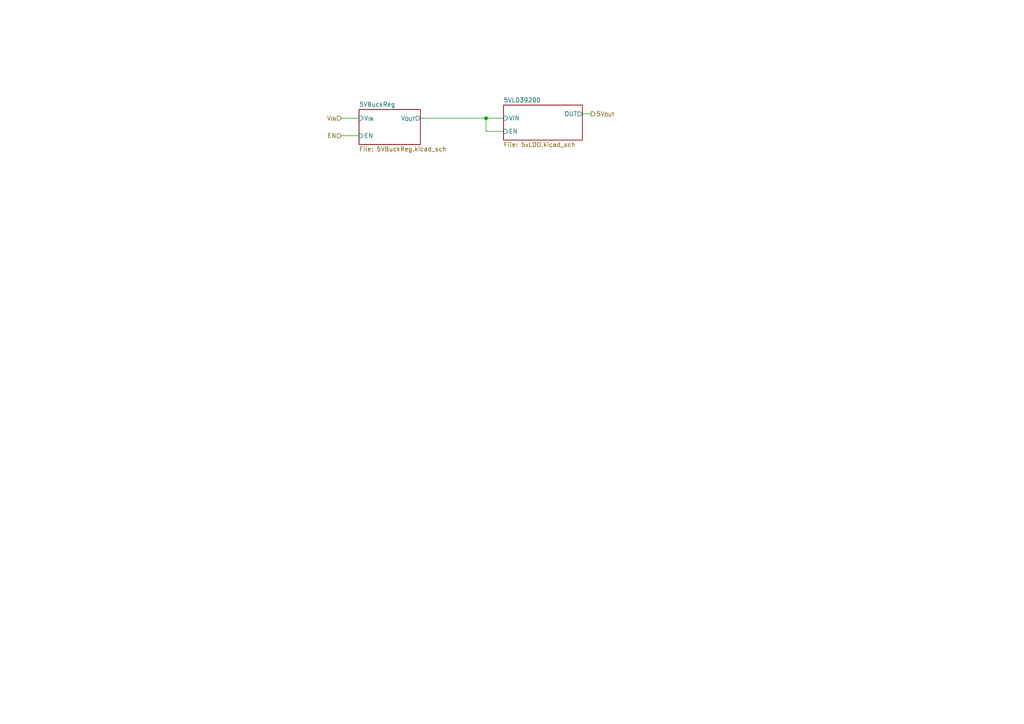
<source format=kicad_sch>
(kicad_sch
	(version 20250114)
	(generator "eeschema")
	(generator_version "9.0")
	(uuid "cab8b9cd-92e4-4655-b59f-98e360b8d76b")
	(paper "A4")
	(lib_symbols)
	(junction
		(at 140.97 34.29)
		(diameter 0)
		(color 0 0 0 0)
		(uuid "c49520be-a6a1-43d2-8b31-017b2e220fc4")
	)
	(wire
		(pts
			(xy 140.97 38.1) (xy 146.05 38.1)
		)
		(stroke
			(width 0)
			(type default)
		)
		(uuid "1235a99e-cfcd-43dc-857d-8a0c1ae9e9b6")
	)
	(wire
		(pts
			(xy 171.45 33.02) (xy 168.91 33.02)
		)
		(stroke
			(width 0)
			(type default)
		)
		(uuid "2afbfc13-3682-496b-9fb3-d59523517dbc")
	)
	(wire
		(pts
			(xy 140.97 34.29) (xy 140.97 38.1)
		)
		(stroke
			(width 0)
			(type default)
		)
		(uuid "867c22fe-f9ff-4048-896c-53ad28360e95")
	)
	(wire
		(pts
			(xy 99.06 34.29) (xy 104.14 34.29)
		)
		(stroke
			(width 0)
			(type default)
		)
		(uuid "95b92657-3a22-4d3f-9021-883a5d9dc7ac")
	)
	(wire
		(pts
			(xy 121.92 34.29) (xy 140.97 34.29)
		)
		(stroke
			(width 0)
			(type default)
		)
		(uuid "9db42a10-1c13-4bd9-bb3c-ac929b7f7bdf")
	)
	(wire
		(pts
			(xy 99.06 39.37) (xy 104.14 39.37)
		)
		(stroke
			(width 0)
			(type default)
		)
		(uuid "ad1b5b56-88b6-446e-8a1f-6f1f033526bf")
	)
	(wire
		(pts
			(xy 140.97 34.29) (xy 146.05 34.29)
		)
		(stroke
			(width 0)
			(type default)
		)
		(uuid "d02d81cc-4cea-4aef-8299-169bfa8e8bf2")
	)
	(hierarchical_label "EN"
		(shape input)
		(at 99.06 39.37 180)
		(effects
			(font
				(size 1.27 1.27)
			)
			(justify right)
		)
		(uuid "669781d6-cf75-45d8-a341-fa726a657184")
	)
	(hierarchical_label "5V_{OUT}"
		(shape output)
		(at 171.45 33.02 0)
		(effects
			(font
				(size 1.27 1.27)
			)
			(justify left)
		)
		(uuid "7b693109-b7fd-4db5-aef1-441bb4170154")
	)
	(hierarchical_label "V_{IN}"
		(shape input)
		(at 99.06 34.29 180)
		(effects
			(font
				(size 1.27 1.27)
			)
			(justify right)
		)
		(uuid "fe72a4bc-380b-4c77-b3c0-6068c9b816ea")
	)
	(sheet
		(at 104.14 31.75)
		(size 17.78 10.16)
		(exclude_from_sim no)
		(in_bom yes)
		(on_board yes)
		(dnp no)
		(fields_autoplaced yes)
		(stroke
			(width 0.1524)
			(type solid)
		)
		(fill
			(color 0 0 0 0.0000)
		)
		(uuid "17ce59f3-ebc7-4cf9-b87c-b7fb88f98280")
		(property "Sheetname" "5VBuckReg"
			(at 104.14 31.0384 0)
			(effects
				(font
					(size 1.27 1.27)
				)
				(justify left bottom)
			)
		)
		(property "Sheetfile" "5VBuckReg.kicad_sch"
			(at 104.14 42.4946 0)
			(effects
				(font
					(size 1.27 1.27)
				)
				(justify left top)
			)
		)
		(pin "EN" input
			(at 104.14 39.37 180)
			(uuid "eba2fabc-05cb-406b-a89d-ca379fe2a206")
			(effects
				(font
					(size 1.27 1.27)
				)
				(justify left)
			)
		)
		(pin "V_{IN}" input
			(at 104.14 34.29 180)
			(uuid "be6bb5f3-c0b1-4275-ac32-17525e9fc56e")
			(effects
				(font
					(size 1.27 1.27)
				)
				(justify left)
			)
		)
		(pin "V_{OUT}" output
			(at 121.92 34.29 0)
			(uuid "af913ca9-1564-4751-ac2d-c9572139cd53")
			(effects
				(font
					(size 1.27 1.27)
				)
				(justify right)
			)
		)
		(instances
			(project "SupplyBoardCompVuelo"
				(path "/2119c5ce-afa8-4b00-8fd4-fc653d4beb45/22ae39d6-ba46-47bf-81b8-3d66f18a6610/efcc7e4b-243b-4527-8c15-6d23e19f631a"
					(page "15")
				)
			)
		)
	)
	(sheet
		(at 146.05 30.48)
		(size 22.86 10.16)
		(exclude_from_sim no)
		(in_bom yes)
		(on_board yes)
		(dnp no)
		(fields_autoplaced yes)
		(stroke
			(width 0.1524)
			(type solid)
		)
		(fill
			(color 0 0 0 0.0000)
		)
		(uuid "a64c0031-4716-45b1-8c69-e5f49448e67d")
		(property "Sheetname" "5VLD39200"
			(at 146.05 29.7684 0)
			(effects
				(font
					(size 1.27 1.27)
				)
				(justify left bottom)
			)
		)
		(property "Sheetfile" "5vLDO.kicad_sch"
			(at 146.05 41.2246 0)
			(effects
				(font
					(size 1.27 1.27)
				)
				(justify left top)
			)
		)
		(pin "EN" input
			(at 146.05 38.1 180)
			(uuid "0f7bb1a3-846d-4c8b-b26b-bb316f509170")
			(effects
				(font
					(size 1.27 1.27)
				)
				(justify left)
			)
		)
		(pin "OUT" output
			(at 168.91 33.02 0)
			(uuid "861c46dd-cb4b-4d1f-be57-1eb4ae186779")
			(effects
				(font
					(size 1.27 1.27)
				)
				(justify right)
			)
		)
		(pin "VIN" input
			(at 146.05 34.29 180)
			(uuid "18996d7f-022d-43f6-bc08-929df23a7467")
			(effects
				(font
					(size 1.27 1.27)
				)
				(justify left)
			)
		)
		(instances
			(project "SupplyBoardCompVuelo"
				(path "/2119c5ce-afa8-4b00-8fd4-fc653d4beb45/22ae39d6-ba46-47bf-81b8-3d66f18a6610/efcc7e4b-243b-4527-8c15-6d23e19f631a"
					(page "16")
				)
			)
		)
	)
)

</source>
